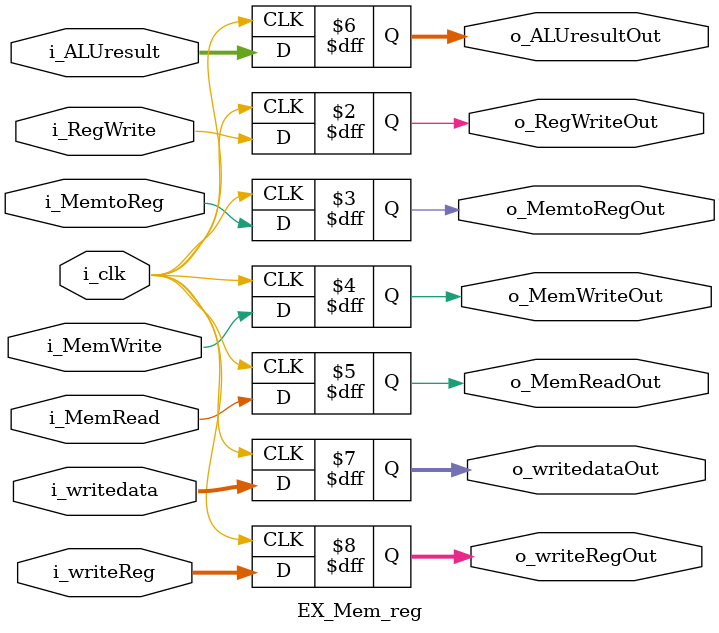
<source format=v>
module EX_Mem_reg (i_clk,i_RegWrite, i_MemtoReg,i_MemWrite, 
						i_MemRead,i_ALUresult,i_writedata,i_writeReg,o_RegWriteOut, o_MemtoRegOut,o_MemWriteOut,
						o_MemReadOut,o_ALUresultOut,o_writedataOut,o_writeRegOut);
  
input i_clk;
input i_RegWrite, i_MemtoReg;
input i_MemWrite, i_MemRead; 
input [31:0] i_ALUresult,i_writedata;
input [4:0] i_writeReg;
output reg o_RegWriteOut, o_MemtoRegOut ,o_MemWriteOut, o_MemReadOut;
output reg [31:0] o_ALUresultOut,o_writedataOut;
output reg [4:0] o_writeRegOut;
  
always@(posedge i_clk)
begin
    o_RegWriteOut <= i_RegWrite;
    o_MemtoRegOut <= i_MemtoReg;
    o_MemWriteOut <= i_MemWrite;
    o_MemReadOut <= i_MemRead;
    o_ALUresultOut<=i_ALUresult;
    o_writedataOut<=i_writedata;
    o_writeRegOut<=i_writeReg;
      
end
  
endmodule
</source>
